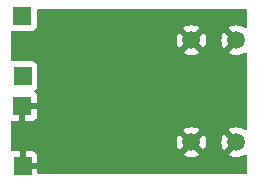
<source format=gbr>
%TF.GenerationSoftware,KiCad,Pcbnew,6.0.11+dfsg-1~bpo11+1*%
%TF.CreationDate,2023-02-24T17:28:24+00:00*%
%TF.ProjectId,134n3p,3133346e-3370-42e6-9b69-6361645f7063,rev?*%
%TF.SameCoordinates,Original*%
%TF.FileFunction,Copper,L2,Bot*%
%TF.FilePolarity,Positive*%
%FSLAX46Y46*%
G04 Gerber Fmt 4.6, Leading zero omitted, Abs format (unit mm)*
G04 Created by KiCad (PCBNEW 6.0.11+dfsg-1~bpo11+1) date 2023-02-24 17:28:24*
%MOMM*%
%LPD*%
G01*
G04 APERTURE LIST*
%TA.AperFunction,ComponentPad*%
%ADD10R,1.500000X1.500000*%
%TD*%
%TA.AperFunction,ComponentPad*%
%ADD11C,1.500000*%
%TD*%
%TA.AperFunction,ViaPad*%
%ADD12C,0.800000*%
%TD*%
G04 APERTURE END LIST*
D10*
%TO.P,GND,1,1*%
%TO.N,GND*%
X135138160Y-91948000D03*
%TD*%
D11*
%TO.P,U2,1,GND*%
%TO.N,GND*%
X149440000Y-89958000D03*
X153237300Y-81322000D03*
X149440000Y-81322000D03*
X153237300Y-89958000D03*
%TD*%
D10*
%TO.P,VCC,1,1*%
%TO.N,Net-(C2-Pad2)*%
X135128000Y-79248000D03*
%TD*%
%TO.P,B-,1,1*%
%TO.N,GND*%
X135128000Y-86868000D03*
%TD*%
%TO.P,B+,1,1*%
%TO.N,Net-(C3-Pad1)*%
X135138160Y-84328000D03*
%TD*%
D12*
%TO.N,GND*%
X139954000Y-84328000D03*
X145010000Y-89950000D03*
X146870000Y-89750000D03*
X147200000Y-81480000D03*
X137550000Y-90920000D03*
%TD*%
%TA.AperFunction,Conductor*%
%TO.N,GND*%
G36*
X154073621Y-78668502D02*
G01*
X154120114Y-78722158D01*
X154131500Y-78774500D01*
X154131500Y-80170348D01*
X154111498Y-80238469D01*
X154057842Y-80284962D01*
X153987568Y-80295066D01*
X153933229Y-80273561D01*
X153873211Y-80231536D01*
X153863716Y-80226053D01*
X153674187Y-80137674D01*
X153663895Y-80133928D01*
X153461899Y-80079804D01*
X153451104Y-80077901D01*
X153242775Y-80059674D01*
X153231825Y-80059674D01*
X153023496Y-80077901D01*
X153012701Y-80079804D01*
X152810705Y-80133928D01*
X152800413Y-80137674D01*
X152610883Y-80226054D01*
X152601393Y-80231534D01*
X152560151Y-80260411D01*
X152551777Y-80270886D01*
X152558845Y-80284333D01*
X153507416Y-81232905D01*
X153541441Y-81295217D01*
X153536376Y-81366033D01*
X153507415Y-81411095D01*
X153237300Y-81681210D01*
X152558124Y-82360387D01*
X152551694Y-82372162D01*
X152560990Y-82384176D01*
X152601388Y-82412464D01*
X152610884Y-82417947D01*
X152800413Y-82506326D01*
X152810705Y-82510072D01*
X153012701Y-82564196D01*
X153023496Y-82566099D01*
X153231825Y-82584326D01*
X153242775Y-82584326D01*
X153451104Y-82566099D01*
X153461899Y-82564196D01*
X153663895Y-82510072D01*
X153674187Y-82506326D01*
X153863716Y-82417947D01*
X153873211Y-82412464D01*
X153933229Y-82370439D01*
X154000503Y-82347751D01*
X154069363Y-82365036D01*
X154117948Y-82416805D01*
X154131500Y-82473652D01*
X154131500Y-88806348D01*
X154111498Y-88874469D01*
X154057842Y-88920962D01*
X153987568Y-88931066D01*
X153933229Y-88909561D01*
X153873211Y-88867536D01*
X153863716Y-88862053D01*
X153674187Y-88773674D01*
X153663895Y-88769928D01*
X153461899Y-88715804D01*
X153451104Y-88713901D01*
X153242775Y-88695674D01*
X153231825Y-88695674D01*
X153023496Y-88713901D01*
X153012701Y-88715804D01*
X152810705Y-88769928D01*
X152800413Y-88773674D01*
X152610883Y-88862054D01*
X152601393Y-88867534D01*
X152560151Y-88896411D01*
X152551777Y-88906886D01*
X152558845Y-88920333D01*
X153507416Y-89868905D01*
X153541441Y-89931217D01*
X153536376Y-90002033D01*
X153507415Y-90047095D01*
X153237300Y-90317210D01*
X152558124Y-90996387D01*
X152551694Y-91008162D01*
X152560990Y-91020176D01*
X152601388Y-91048464D01*
X152610884Y-91053947D01*
X152800413Y-91142326D01*
X152810705Y-91146072D01*
X153012701Y-91200196D01*
X153023496Y-91202099D01*
X153231825Y-91220326D01*
X153242775Y-91220326D01*
X153451104Y-91202099D01*
X153461899Y-91200196D01*
X153663895Y-91146072D01*
X153674187Y-91142326D01*
X153863716Y-91053947D01*
X153873211Y-91048464D01*
X153933229Y-91006439D01*
X154000503Y-90983751D01*
X154069363Y-91001036D01*
X154117948Y-91052805D01*
X154131500Y-91109652D01*
X154131500Y-92505500D01*
X154111498Y-92573621D01*
X154057842Y-92620114D01*
X154005500Y-92631500D01*
X136522160Y-92631500D01*
X136454039Y-92611498D01*
X136407546Y-92557842D01*
X136396160Y-92505500D01*
X136396160Y-92220115D01*
X136391685Y-92204876D01*
X136390295Y-92203671D01*
X136382612Y-92202000D01*
X135010160Y-92202000D01*
X134942039Y-92181998D01*
X134895546Y-92128342D01*
X134884160Y-92076000D01*
X134884160Y-91675885D01*
X135392160Y-91675885D01*
X135396635Y-91691124D01*
X135398025Y-91692329D01*
X135405708Y-91694000D01*
X136378044Y-91694000D01*
X136393283Y-91689525D01*
X136394488Y-91688135D01*
X136396159Y-91680452D01*
X136396159Y-91153331D01*
X136395789Y-91146510D01*
X136390265Y-91095648D01*
X136386639Y-91080396D01*
X136359559Y-91008161D01*
X148754393Y-91008161D01*
X148763687Y-91020175D01*
X148804088Y-91048464D01*
X148813584Y-91053947D01*
X149003113Y-91142326D01*
X149013405Y-91146072D01*
X149215401Y-91200196D01*
X149226196Y-91202099D01*
X149434525Y-91220326D01*
X149445475Y-91220326D01*
X149653804Y-91202099D01*
X149664599Y-91200196D01*
X149866595Y-91146072D01*
X149876887Y-91142326D01*
X150066416Y-91053947D01*
X150075912Y-91048464D01*
X150117148Y-91019590D01*
X150125523Y-91009112D01*
X150118457Y-90995668D01*
X149452811Y-90330021D01*
X149438868Y-90322408D01*
X149437034Y-90322539D01*
X149430420Y-90326790D01*
X148760820Y-90996391D01*
X148754393Y-91008161D01*
X136359559Y-91008161D01*
X136341484Y-90959946D01*
X136332946Y-90944351D01*
X136256445Y-90842276D01*
X136243884Y-90829715D01*
X136141809Y-90753214D01*
X136126214Y-90744676D01*
X136005766Y-90699522D01*
X135990511Y-90695895D01*
X135939646Y-90690369D01*
X135932832Y-90690000D01*
X135410275Y-90690000D01*
X135395036Y-90694475D01*
X135393831Y-90695865D01*
X135392160Y-90703548D01*
X135392160Y-91675885D01*
X134884160Y-91675885D01*
X134884160Y-90708116D01*
X134879685Y-90692877D01*
X134878295Y-90691672D01*
X134870612Y-90690001D01*
X134343491Y-90690001D01*
X134336669Y-90690371D01*
X134288105Y-90695645D01*
X134218222Y-90683115D01*
X134166208Y-90634793D01*
X134148500Y-90570382D01*
X134148500Y-89963475D01*
X148177674Y-89963475D01*
X148195901Y-90171804D01*
X148197804Y-90182599D01*
X148251928Y-90384595D01*
X148255674Y-90394887D01*
X148344054Y-90584417D01*
X148349534Y-90593907D01*
X148378411Y-90635149D01*
X148388887Y-90643523D01*
X148402334Y-90636455D01*
X149067979Y-89970811D01*
X149074356Y-89959132D01*
X149804408Y-89959132D01*
X149804539Y-89960966D01*
X149808790Y-89967580D01*
X150478391Y-90637180D01*
X150490161Y-90643607D01*
X150502176Y-90634311D01*
X150530466Y-90593907D01*
X150535946Y-90584417D01*
X150624326Y-90394887D01*
X150628072Y-90384595D01*
X150682196Y-90182599D01*
X150684099Y-90171804D01*
X150702326Y-89963475D01*
X151974974Y-89963475D01*
X151993201Y-90171804D01*
X151995104Y-90182599D01*
X152049228Y-90384595D01*
X152052974Y-90394887D01*
X152141354Y-90584417D01*
X152146834Y-90593907D01*
X152175711Y-90635149D01*
X152186187Y-90643523D01*
X152199634Y-90636455D01*
X152865279Y-89970811D01*
X152872892Y-89956868D01*
X152872761Y-89955034D01*
X152868510Y-89948420D01*
X152198909Y-89278820D01*
X152187139Y-89272393D01*
X152175124Y-89281689D01*
X152146834Y-89322093D01*
X152141354Y-89331583D01*
X152052974Y-89521113D01*
X152049228Y-89531405D01*
X151995104Y-89733401D01*
X151993201Y-89744196D01*
X151974974Y-89952525D01*
X151974974Y-89963475D01*
X150702326Y-89963475D01*
X150702326Y-89952525D01*
X150684099Y-89744196D01*
X150682196Y-89733401D01*
X150628072Y-89531405D01*
X150624326Y-89521113D01*
X150535946Y-89331583D01*
X150530466Y-89322093D01*
X150501589Y-89280851D01*
X150491113Y-89272477D01*
X150477666Y-89279545D01*
X149812021Y-89945189D01*
X149804408Y-89959132D01*
X149074356Y-89959132D01*
X149075592Y-89956868D01*
X149075461Y-89955034D01*
X149071210Y-89948420D01*
X148401609Y-89278820D01*
X148389839Y-89272393D01*
X148377824Y-89281689D01*
X148349534Y-89322093D01*
X148344054Y-89331583D01*
X148255674Y-89521113D01*
X148251928Y-89531405D01*
X148197804Y-89733401D01*
X148195901Y-89744196D01*
X148177674Y-89952525D01*
X148177674Y-89963475D01*
X134148500Y-89963475D01*
X134148500Y-88906887D01*
X148754477Y-88906887D01*
X148761545Y-88920334D01*
X149427189Y-89585979D01*
X149441132Y-89593592D01*
X149442966Y-89593461D01*
X149449580Y-89589210D01*
X150119180Y-88919609D01*
X150125607Y-88907839D01*
X150116313Y-88895825D01*
X150075912Y-88867536D01*
X150066416Y-88862053D01*
X149876887Y-88773674D01*
X149866595Y-88769928D01*
X149664599Y-88715804D01*
X149653804Y-88713901D01*
X149445475Y-88695674D01*
X149434525Y-88695674D01*
X149226196Y-88713901D01*
X149215401Y-88715804D01*
X149013405Y-88769928D01*
X149003113Y-88773674D01*
X148813583Y-88862054D01*
X148804093Y-88867534D01*
X148762851Y-88896411D01*
X148754477Y-88906887D01*
X134148500Y-88906887D01*
X134148500Y-88246722D01*
X134168502Y-88178601D01*
X134222158Y-88132108D01*
X134288107Y-88121459D01*
X134326512Y-88125631D01*
X134333328Y-88126000D01*
X134855885Y-88126000D01*
X134871124Y-88121525D01*
X134872329Y-88120135D01*
X134874000Y-88112452D01*
X134874000Y-88107884D01*
X135382000Y-88107884D01*
X135386475Y-88123123D01*
X135387865Y-88124328D01*
X135395548Y-88125999D01*
X135922669Y-88125999D01*
X135929490Y-88125629D01*
X135980352Y-88120105D01*
X135995604Y-88116479D01*
X136116054Y-88071324D01*
X136131649Y-88062786D01*
X136233724Y-87986285D01*
X136246285Y-87973724D01*
X136322786Y-87871649D01*
X136331324Y-87856054D01*
X136376478Y-87735606D01*
X136380105Y-87720351D01*
X136385631Y-87669486D01*
X136386000Y-87662672D01*
X136386000Y-87140115D01*
X136381525Y-87124876D01*
X136380135Y-87123671D01*
X136372452Y-87122000D01*
X135400115Y-87122000D01*
X135384876Y-87126475D01*
X135383671Y-87127865D01*
X135382000Y-87135548D01*
X135382000Y-88107884D01*
X134874000Y-88107884D01*
X134874000Y-86740000D01*
X134894002Y-86671879D01*
X134947658Y-86625386D01*
X135000000Y-86614000D01*
X136367884Y-86614000D01*
X136383123Y-86609525D01*
X136384328Y-86608135D01*
X136385999Y-86600452D01*
X136385999Y-86073331D01*
X136385629Y-86066510D01*
X136380105Y-86015648D01*
X136376479Y-86000396D01*
X136331324Y-85879946D01*
X136322786Y-85864351D01*
X136246285Y-85762276D01*
X136233724Y-85749715D01*
X136171320Y-85702946D01*
X136128805Y-85646087D01*
X136123779Y-85575269D01*
X136157839Y-85512975D01*
X136171319Y-85501294D01*
X136251421Y-85441261D01*
X136338775Y-85324705D01*
X136389905Y-85188316D01*
X136396660Y-85126134D01*
X136396660Y-83529866D01*
X136389905Y-83467684D01*
X136338775Y-83331295D01*
X136251421Y-83214739D01*
X136134865Y-83127385D01*
X135998476Y-83076255D01*
X135936294Y-83069500D01*
X134340026Y-83069500D01*
X134288108Y-83075140D01*
X134218225Y-83062612D01*
X134166210Y-83014291D01*
X134148500Y-82949877D01*
X134148500Y-82372161D01*
X148754393Y-82372161D01*
X148763687Y-82384175D01*
X148804088Y-82412464D01*
X148813584Y-82417947D01*
X149003113Y-82506326D01*
X149013405Y-82510072D01*
X149215401Y-82564196D01*
X149226196Y-82566099D01*
X149434525Y-82584326D01*
X149445475Y-82584326D01*
X149653804Y-82566099D01*
X149664599Y-82564196D01*
X149866595Y-82510072D01*
X149876887Y-82506326D01*
X150066416Y-82417947D01*
X150075912Y-82412464D01*
X150117148Y-82383590D01*
X150125523Y-82373112D01*
X150118457Y-82359668D01*
X149452811Y-81694021D01*
X149438868Y-81686408D01*
X149437034Y-81686539D01*
X149430420Y-81690790D01*
X148760820Y-82360391D01*
X148754393Y-82372161D01*
X134148500Y-82372161D01*
X134148500Y-81327475D01*
X148177674Y-81327475D01*
X148195901Y-81535804D01*
X148197804Y-81546599D01*
X148251928Y-81748595D01*
X148255674Y-81758887D01*
X148344054Y-81948417D01*
X148349534Y-81957907D01*
X148378411Y-81999149D01*
X148388887Y-82007523D01*
X148402334Y-82000455D01*
X149067979Y-81334811D01*
X149074356Y-81323132D01*
X149804408Y-81323132D01*
X149804539Y-81324966D01*
X149808790Y-81331580D01*
X150478391Y-82001180D01*
X150490161Y-82007607D01*
X150502176Y-81998311D01*
X150530466Y-81957907D01*
X150535946Y-81948417D01*
X150624326Y-81758887D01*
X150628072Y-81748595D01*
X150682196Y-81546599D01*
X150684099Y-81535804D01*
X150702326Y-81327475D01*
X151974974Y-81327475D01*
X151993201Y-81535804D01*
X151995104Y-81546599D01*
X152049228Y-81748595D01*
X152052974Y-81758887D01*
X152141354Y-81948417D01*
X152146834Y-81957907D01*
X152175711Y-81999149D01*
X152186187Y-82007523D01*
X152199634Y-82000455D01*
X152865279Y-81334811D01*
X152872892Y-81320868D01*
X152872761Y-81319034D01*
X152868510Y-81312420D01*
X152198909Y-80642820D01*
X152187139Y-80636393D01*
X152175124Y-80645689D01*
X152146834Y-80686093D01*
X152141354Y-80695583D01*
X152052974Y-80885113D01*
X152049228Y-80895405D01*
X151995104Y-81097401D01*
X151993201Y-81108196D01*
X151974974Y-81316525D01*
X151974974Y-81327475D01*
X150702326Y-81327475D01*
X150702326Y-81316525D01*
X150684099Y-81108196D01*
X150682196Y-81097401D01*
X150628072Y-80895405D01*
X150624326Y-80885113D01*
X150535946Y-80695583D01*
X150530466Y-80686093D01*
X150501589Y-80644851D01*
X150491113Y-80636477D01*
X150477666Y-80643545D01*
X149812021Y-81309189D01*
X149804408Y-81323132D01*
X149074356Y-81323132D01*
X149075592Y-81320868D01*
X149075461Y-81319034D01*
X149071210Y-81312420D01*
X148401609Y-80642820D01*
X148389839Y-80636393D01*
X148377824Y-80645689D01*
X148349534Y-80686093D01*
X148344054Y-80695583D01*
X148255674Y-80885113D01*
X148251928Y-80895405D01*
X148197804Y-81097401D01*
X148195901Y-81108196D01*
X148177674Y-81316525D01*
X148177674Y-81327475D01*
X134148500Y-81327475D01*
X134148500Y-80627227D01*
X134168502Y-80559106D01*
X134222158Y-80512613D01*
X134288107Y-80501964D01*
X134326467Y-80506131D01*
X134326471Y-80506131D01*
X134329866Y-80506500D01*
X135926134Y-80506500D01*
X135988316Y-80499745D01*
X136124705Y-80448615D01*
X136241261Y-80361261D01*
X136308993Y-80270887D01*
X148754477Y-80270887D01*
X148761545Y-80284334D01*
X149427189Y-80949979D01*
X149441132Y-80957592D01*
X149442966Y-80957461D01*
X149449580Y-80953210D01*
X150119180Y-80283609D01*
X150125607Y-80271839D01*
X150116313Y-80259825D01*
X150075912Y-80231536D01*
X150066416Y-80226053D01*
X149876887Y-80137674D01*
X149866595Y-80133928D01*
X149664599Y-80079804D01*
X149653804Y-80077901D01*
X149445475Y-80059674D01*
X149434525Y-80059674D01*
X149226196Y-80077901D01*
X149215401Y-80079804D01*
X149013405Y-80133928D01*
X149003113Y-80137674D01*
X148813583Y-80226054D01*
X148804093Y-80231534D01*
X148762851Y-80260411D01*
X148754477Y-80270887D01*
X136308993Y-80270887D01*
X136328615Y-80244705D01*
X136379745Y-80108316D01*
X136386500Y-80046134D01*
X136386500Y-78774500D01*
X136406502Y-78706379D01*
X136460158Y-78659886D01*
X136512500Y-78648500D01*
X154005500Y-78648500D01*
X154073621Y-78668502D01*
G37*
%TD.AperFunction*%
%TD*%
M02*

</source>
